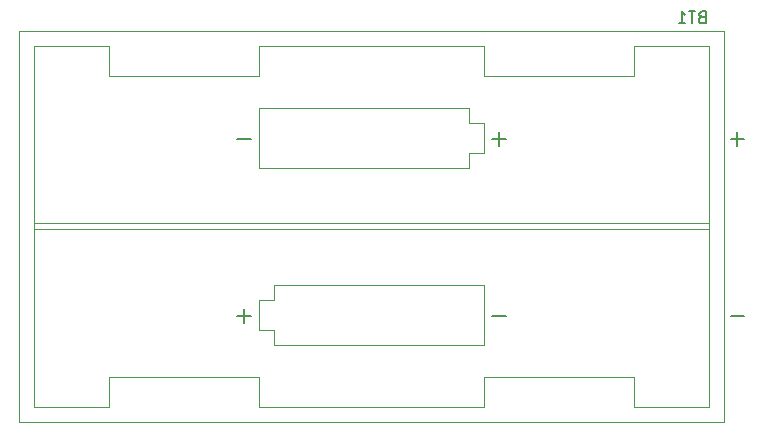
<source format=gbr>
%TF.GenerationSoftware,KiCad,Pcbnew,(5.99.0-11498-g1a301d8eea)*%
%TF.CreationDate,2021-09-07T15:50:55+03:00*%
%TF.ProjectId,f,662e6b69-6361-4645-9f70-636258585858,rev?*%
%TF.SameCoordinates,Original*%
%TF.FileFunction,Legend,Bot*%
%TF.FilePolarity,Positive*%
%FSLAX46Y46*%
G04 Gerber Fmt 4.6, Leading zero omitted, Abs format (unit mm)*
G04 Created by KiCad (PCBNEW (5.99.0-11498-g1a301d8eea)) date 2021-09-07 15:50:55*
%MOMM*%
%LPD*%
G01*
G04 APERTURE LIST*
%ADD10C,0.150000*%
%ADD11C,0.120000*%
G04 APERTURE END LIST*
D10*
%TO.C,BT1*%
X229372714Y-46281571D02*
X229229857Y-46329190D01*
X229182238Y-46376809D01*
X229134619Y-46472047D01*
X229134619Y-46614904D01*
X229182238Y-46710142D01*
X229229857Y-46757761D01*
X229325095Y-46805380D01*
X229706047Y-46805380D01*
X229706047Y-45805380D01*
X229372714Y-45805380D01*
X229277476Y-45853000D01*
X229229857Y-45900619D01*
X229182238Y-45995857D01*
X229182238Y-46091095D01*
X229229857Y-46186333D01*
X229277476Y-46233952D01*
X229372714Y-46281571D01*
X229706047Y-46281571D01*
X228848904Y-45805380D02*
X228277476Y-45805380D01*
X228563190Y-46805380D02*
X228563190Y-45805380D01*
X227420333Y-46805380D02*
X227991761Y-46805380D01*
X227706047Y-46805380D02*
X227706047Y-45805380D01*
X227801285Y-45948238D01*
X227896523Y-46043476D01*
X227991761Y-46091095D01*
X191213428Y-71610142D02*
X190070571Y-71610142D01*
X190642000Y-72181571D02*
X190642000Y-71038714D01*
X232968428Y-71610142D02*
X231825571Y-71610142D01*
X232968428Y-56620142D02*
X231825571Y-56620142D01*
X232397000Y-57191571D02*
X232397000Y-56048714D01*
X191213428Y-56620142D02*
X190070571Y-56620142D01*
X212803428Y-56620142D02*
X211660571Y-56620142D01*
X212232000Y-57191571D02*
X212232000Y-56048714D01*
X212803428Y-71610142D02*
X211660571Y-71610142D01*
D11*
X210962000Y-76758000D02*
X210962000Y-79298000D01*
X179212000Y-79298000D02*
X179212000Y-76758000D01*
X193182000Y-68963000D02*
X193182000Y-70233000D01*
X210962000Y-57783000D02*
X210962000Y-55243000D01*
X191912000Y-79298000D02*
X191912000Y-76758000D01*
X171567000Y-80568000D02*
X171567000Y-47448000D01*
X172837000Y-64262000D02*
X230007000Y-64262000D01*
X172837000Y-79298000D02*
X179212000Y-79298000D01*
X191912000Y-53973000D02*
X191912000Y-55243000D01*
X210962000Y-68963000D02*
X193182000Y-68963000D01*
X191912000Y-51258000D02*
X191912000Y-48718000D01*
X223662000Y-51258000D02*
X223662000Y-48718000D01*
X230007000Y-48718000D02*
X230007000Y-79298000D01*
X230007000Y-79298000D02*
X223662000Y-79298000D01*
X209692000Y-59053000D02*
X209692000Y-57783000D01*
X210962000Y-74043000D02*
X210962000Y-68963000D01*
X191912000Y-48718000D02*
X210962000Y-48718000D01*
X191912000Y-72773000D02*
X193182000Y-72773000D01*
X179212000Y-48718000D02*
X179212000Y-51258000D01*
X171567000Y-47448000D02*
X231277000Y-47448000D01*
X230007000Y-63754000D02*
X172837000Y-63754000D01*
X172837000Y-48718000D02*
X172837000Y-79298000D01*
X172837000Y-48718000D02*
X179212000Y-48718000D01*
X223662000Y-48718000D02*
X230007000Y-48718000D01*
X191912000Y-70233000D02*
X191912000Y-72773000D01*
X191912000Y-59053000D02*
X209692000Y-59053000D01*
X209692000Y-53973000D02*
X191912000Y-53973000D01*
X210962000Y-48718000D02*
X210962000Y-51258000D01*
X193182000Y-74043000D02*
X210962000Y-74043000D01*
X223662000Y-79298000D02*
X223662000Y-76758000D01*
X179212000Y-51258000D02*
X191912000Y-51258000D01*
X193182000Y-72773000D02*
X193182000Y-74043000D01*
X231277000Y-80568000D02*
X171567000Y-80568000D01*
X179212000Y-76758000D02*
X191912000Y-76758000D01*
X209692000Y-55243000D02*
X209692000Y-53973000D01*
X193182000Y-70233000D02*
X191912000Y-70233000D01*
X210962000Y-55243000D02*
X209692000Y-55243000D01*
X231277000Y-47448000D02*
X231277000Y-80568000D01*
X191912000Y-55243000D02*
X191912000Y-59053000D01*
X223662000Y-51258000D02*
X210962000Y-51258000D01*
X223662000Y-76758000D02*
X210962000Y-76758000D01*
X210962000Y-79298000D02*
X191912000Y-79298000D01*
X209692000Y-57783000D02*
X210962000Y-57783000D01*
%TD*%
M02*

</source>
